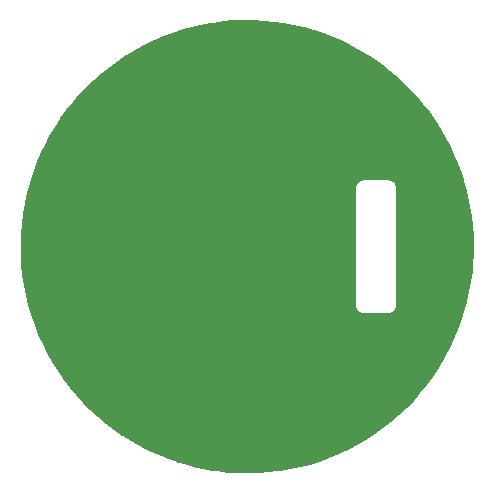
<source format=gbr>
%TF.GenerationSoftware,KiCad,Pcbnew,(6.0.4-0)*%
%TF.CreationDate,2022-05-05T14:51:34+02:00*%
%TF.ProjectId,GlowTubeLEDconnectorB_PCB,476c6f77-5475-4626-954c-4544636f6e6e,rev?*%
%TF.SameCoordinates,Original*%
%TF.FileFunction,Copper,L2,Bot*%
%TF.FilePolarity,Positive*%
%FSLAX46Y46*%
G04 Gerber Fmt 4.6, Leading zero omitted, Abs format (unit mm)*
G04 Created by KiCad (PCBNEW (6.0.4-0)) date 2022-05-05 14:51:34*
%MOMM*%
%LPD*%
G01*
G04 APERTURE LIST*
%TA.AperFunction,ViaPad*%
%ADD10C,0.800000*%
%TD*%
%TA.AperFunction,Conductor*%
%ADD11C,1.500000*%
%TD*%
G04 APERTURE END LIST*
D10*
%TO.N,GND*%
X113260000Y-60300000D03*
X114570000Y-60300000D03*
X109370000Y-66750000D03*
X109370000Y-68170000D03*
%TD*%
D11*
%TO.N,GND*%
X109370000Y-63320000D02*
X109370000Y-68170000D01*
X112390000Y-60300000D02*
X111570000Y-61120000D01*
X114570000Y-60300000D02*
X112390000Y-60300000D01*
X111570000Y-61120000D02*
X109370000Y-63320000D01*
%TD*%
%TA.AperFunction,Conductor*%
%TO.N,GND*%
G36*
X104647199Y-47995967D02*
G01*
X104652914Y-47996126D01*
X105516915Y-48039895D01*
X105522616Y-48040314D01*
X106383718Y-48123228D01*
X106389394Y-48123905D01*
X107245864Y-48245799D01*
X107251500Y-48246732D01*
X108101529Y-48407347D01*
X108107121Y-48408535D01*
X108949036Y-48607555D01*
X108954569Y-48608997D01*
X109786536Y-48845989D01*
X109791994Y-48847678D01*
X110612403Y-49122183D01*
X110617763Y-49124113D01*
X111215715Y-49354844D01*
X111424872Y-49435551D01*
X111430122Y-49437715D01*
X112222312Y-49785462D01*
X112227439Y-49787853D01*
X112761011Y-50051560D01*
X113002980Y-50171149D01*
X113008047Y-50173798D01*
X113765422Y-50591892D01*
X113770363Y-50594767D01*
X114507975Y-51046776D01*
X114512780Y-51049873D01*
X115229115Y-51534868D01*
X115233776Y-51538180D01*
X115927409Y-52055198D01*
X115931882Y-52058694D01*
X116198703Y-52277084D01*
X116601338Y-52606637D01*
X116605679Y-52610358D01*
X117249560Y-53188079D01*
X117253728Y-53191992D01*
X117870777Y-53798364D01*
X117874762Y-53802463D01*
X118463629Y-54436160D01*
X118467425Y-54440435D01*
X119026969Y-55100226D01*
X119030567Y-55104670D01*
X119559575Y-55789127D01*
X119562968Y-55793728D01*
X120060413Y-56501521D01*
X120063593Y-56506272D01*
X120528401Y-57235875D01*
X120531363Y-57240765D01*
X120962593Y-57990696D01*
X120965330Y-57995716D01*
X121269123Y-58584302D01*
X121362113Y-58764467D01*
X121364612Y-58769593D01*
X121726114Y-59555553D01*
X121728365Y-59560755D01*
X121933422Y-60065748D01*
X122053845Y-60362316D01*
X122055875Y-60367660D01*
X122344648Y-61183127D01*
X122346433Y-61188557D01*
X122577526Y-61949173D01*
X122597919Y-62016296D01*
X122599454Y-62021796D01*
X122743906Y-62588500D01*
X122813132Y-62860085D01*
X122814418Y-62865656D01*
X122989846Y-63712767D01*
X122990878Y-63718390D01*
X123127698Y-64572589D01*
X123128474Y-64578253D01*
X123224184Y-65418282D01*
X123226406Y-65437788D01*
X123226923Y-65443472D01*
X123285201Y-66298302D01*
X123285763Y-66306549D01*
X123286022Y-66312242D01*
X123301218Y-66981887D01*
X123305667Y-67177928D01*
X123305692Y-67182105D01*
X123301527Y-67579826D01*
X123301414Y-67583996D01*
X123280558Y-68061698D01*
X123263646Y-68449041D01*
X123263268Y-68454730D01*
X123219806Y-68941718D01*
X123186366Y-69316403D01*
X123185729Y-69322084D01*
X123069816Y-70179391D01*
X123068926Y-70185014D01*
X122914239Y-71036195D01*
X122913097Y-71041759D01*
X122719959Y-71885044D01*
X122718556Y-71890586D01*
X122487377Y-72724191D01*
X122485725Y-72729664D01*
X122413313Y-72951209D01*
X122216953Y-73551974D01*
X122215072Y-73557316D01*
X121909272Y-74366592D01*
X121907130Y-74371893D01*
X121564949Y-75166430D01*
X121562575Y-75171615D01*
X121444655Y-75414462D01*
X121184700Y-75949817D01*
X121182090Y-75954896D01*
X121054514Y-76189863D01*
X120769301Y-76715160D01*
X120766460Y-76720121D01*
X120319603Y-77460883D01*
X120316539Y-77465710D01*
X119836564Y-78185401D01*
X119833285Y-78190085D01*
X119321131Y-78887300D01*
X119317643Y-78891829D01*
X118774405Y-79565070D01*
X118770715Y-79569437D01*
X118541404Y-79828627D01*
X118236771Y-80172953D01*
X118197482Y-80217361D01*
X118193604Y-80221548D01*
X117598152Y-80836007D01*
X117591568Y-80842801D01*
X117587504Y-80846808D01*
X117086297Y-81319121D01*
X116957917Y-81440101D01*
X116953668Y-81443927D01*
X116297813Y-82008051D01*
X116293395Y-82011680D01*
X115612638Y-82545461D01*
X115608061Y-82548885D01*
X114903753Y-83051264D01*
X114899024Y-83054478D01*
X114172690Y-83524364D01*
X114167829Y-83527355D01*
X113420900Y-83963825D01*
X113415914Y-83966589D01*
X112649950Y-84368729D01*
X112644849Y-84371261D01*
X112399440Y-84486219D01*
X111861441Y-84738236D01*
X111856210Y-84740543D01*
X111056966Y-85071601D01*
X111051636Y-85073668D01*
X110238217Y-85368121D01*
X110232798Y-85369945D01*
X109406839Y-85627203D01*
X109401343Y-85628779D01*
X108564573Y-85848301D01*
X108559012Y-85849626D01*
X107713131Y-86030968D01*
X107707515Y-86032039D01*
X106854277Y-86174822D01*
X106848638Y-86175635D01*
X106548469Y-86211959D01*
X105989817Y-86279563D01*
X105984127Y-86280121D01*
X105121489Y-86344983D01*
X105115780Y-86345283D01*
X104633584Y-86359594D01*
X104251023Y-86370948D01*
X104245326Y-86370987D01*
X103583608Y-86360592D01*
X103380363Y-86357399D01*
X103374650Y-86357180D01*
X102511173Y-86304368D01*
X102505476Y-86303890D01*
X101645263Y-86211959D01*
X101639593Y-86211222D01*
X101240776Y-86150195D01*
X100784444Y-86080366D01*
X100778856Y-86079381D01*
X100354681Y-85994622D01*
X99930528Y-85909868D01*
X99924948Y-85908621D01*
X99509323Y-85805765D01*
X99085163Y-85700795D01*
X99079688Y-85699308D01*
X98405501Y-85499604D01*
X98250215Y-85453606D01*
X98244772Y-85451859D01*
X97990272Y-85363731D01*
X97427282Y-85168778D01*
X97421950Y-85166795D01*
X97020046Y-85006858D01*
X96618155Y-84846926D01*
X96612892Y-84844692D01*
X95824434Y-84488690D01*
X95819278Y-84486219D01*
X95310001Y-84227848D01*
X95047803Y-84094827D01*
X95042774Y-84092131D01*
X94818537Y-83965264D01*
X94289814Y-83666127D01*
X94284924Y-83663211D01*
X93552063Y-83203489D01*
X93547340Y-83200375D01*
X92836086Y-82707879D01*
X92831484Y-82704537D01*
X92143300Y-82180280D01*
X92138832Y-82176713D01*
X91475159Y-81621797D01*
X91470858Y-81618031D01*
X90833064Y-81033600D01*
X90828937Y-81029643D01*
X90218283Y-80416853D01*
X90214341Y-80412713D01*
X89632130Y-79772872D01*
X89628379Y-79768557D01*
X89075792Y-79102964D01*
X89072240Y-79098483D01*
X88826804Y-78773957D01*
X88550397Y-78408482D01*
X88547060Y-78403854D01*
X88396922Y-78185401D01*
X88057066Y-77690908D01*
X88053936Y-77686124D01*
X87596801Y-76951707D01*
X87593890Y-76946786D01*
X87170524Y-76192355D01*
X87167840Y-76187307D01*
X86779139Y-75414462D01*
X86776687Y-75409298D01*
X86423447Y-74619621D01*
X86421231Y-74614350D01*
X86104173Y-73809451D01*
X86102199Y-73804086D01*
X85821976Y-72985621D01*
X85820248Y-72980171D01*
X85577454Y-72149878D01*
X85575974Y-72144356D01*
X85572474Y-72130000D01*
X113320485Y-72130000D01*
X113324095Y-72155207D01*
X113325132Y-72162452D01*
X113325612Y-72166201D01*
X113338149Y-72277466D01*
X113387165Y-72417536D01*
X113466123Y-72543187D01*
X113518592Y-72595651D01*
X113566060Y-72643115D01*
X113566063Y-72643117D01*
X113571062Y-72648116D01*
X113696719Y-72727062D01*
X113836794Y-72776064D01*
X113843828Y-72776856D01*
X113926481Y-72786162D01*
X113933275Y-72787115D01*
X113966914Y-72792771D01*
X113966919Y-72792771D01*
X113971710Y-72793577D01*
X113976568Y-72793636D01*
X113976570Y-72793636D01*
X113978349Y-72793657D01*
X113984262Y-72793729D01*
X113989076Y-72793039D01*
X113989078Y-72793039D01*
X114011861Y-72789774D01*
X114029735Y-72788500D01*
X116010995Y-72788500D01*
X116031888Y-72790244D01*
X116051710Y-72793577D01*
X116056568Y-72793636D01*
X116056570Y-72793636D01*
X116058262Y-72793656D01*
X116064262Y-72793729D01*
X116096702Y-72789080D01*
X116100459Y-72788599D01*
X116204681Y-72776847D01*
X116204683Y-72776847D01*
X116211712Y-72776054D01*
X116351766Y-72727036D01*
X116477402Y-72648083D01*
X116582321Y-72543154D01*
X116586081Y-72537170D01*
X116586084Y-72537166D01*
X116657498Y-72423503D01*
X116661263Y-72417511D01*
X116710268Y-72277452D01*
X116720373Y-72187766D01*
X116721327Y-72180969D01*
X116726983Y-72147347D01*
X116727790Y-72142552D01*
X116727943Y-72130000D01*
X116723987Y-72102376D01*
X116722714Y-72084514D01*
X116722714Y-62283250D01*
X116724460Y-62262345D01*
X116726984Y-62247344D01*
X116726984Y-62247341D01*
X116727790Y-62242552D01*
X116727943Y-62230000D01*
X116727253Y-62225179D01*
X116723167Y-62196643D01*
X116722687Y-62192891D01*
X116711047Y-62089580D01*
X116711047Y-62089579D01*
X116710255Y-62082551D01*
X116661250Y-61942495D01*
X116657486Y-61936504D01*
X116586073Y-61822843D01*
X116586070Y-61822839D01*
X116582310Y-61816855D01*
X116577277Y-61811821D01*
X116482397Y-61716931D01*
X116482394Y-61716929D01*
X116477394Y-61711928D01*
X116471405Y-61708164D01*
X116471402Y-61708162D01*
X116357754Y-61636744D01*
X116351760Y-61632977D01*
X116276965Y-61606799D01*
X116218387Y-61586296D01*
X116218384Y-61586295D01*
X116211709Y-61583959D01*
X116204684Y-61583167D01*
X116204680Y-61583166D01*
X116161067Y-61578249D01*
X116122012Y-61573845D01*
X116115224Y-61572891D01*
X116081615Y-61567233D01*
X116081612Y-61567233D01*
X116076814Y-61566425D01*
X116071960Y-61566365D01*
X116071955Y-61566365D01*
X116070516Y-61566348D01*
X116064262Y-61566271D01*
X116057541Y-61567233D01*
X116036607Y-61570229D01*
X116018756Y-61571500D01*
X114037494Y-61571500D01*
X114016577Y-61569752D01*
X113996814Y-61566425D01*
X113991960Y-61566365D01*
X113991955Y-61566365D01*
X113990492Y-61566347D01*
X113984262Y-61566271D01*
X113950858Y-61571051D01*
X113947175Y-61571522D01*
X113836798Y-61583949D01*
X113696725Y-61632951D01*
X113571070Y-61711895D01*
X113466134Y-61816822D01*
X113462372Y-61822809D01*
X113462371Y-61822810D01*
X113443940Y-61852141D01*
X113387178Y-61942470D01*
X113338163Y-62082537D01*
X113331038Y-62145775D01*
X113327086Y-62180844D01*
X113326378Y-62186122D01*
X113325031Y-62194776D01*
X113320523Y-62223724D01*
X113321687Y-62232626D01*
X113321687Y-62232628D01*
X113324650Y-62255283D01*
X113325714Y-62271621D01*
X113325714Y-72076750D01*
X113323968Y-72097655D01*
X113320638Y-72117448D01*
X113320485Y-72130000D01*
X85572474Y-72130000D01*
X85371087Y-71303877D01*
X85369859Y-71298293D01*
X85203308Y-70449379D01*
X85202335Y-70443745D01*
X85151034Y-70100479D01*
X85074468Y-69588165D01*
X85073752Y-69582499D01*
X84984825Y-68721971D01*
X84984367Y-68716272D01*
X84934570Y-67852639D01*
X84934370Y-67846925D01*
X84923801Y-66981887D01*
X84923861Y-66976170D01*
X84952543Y-66111562D01*
X84952862Y-66105854D01*
X85020737Y-65243423D01*
X85021315Y-65237735D01*
X85128240Y-64379290D01*
X85129075Y-64373634D01*
X85274835Y-63520904D01*
X85275926Y-63515292D01*
X85460218Y-62670051D01*
X85461563Y-62664494D01*
X85684003Y-61828505D01*
X85685598Y-61823015D01*
X85945733Y-60997973D01*
X85947575Y-60992561D01*
X86244873Y-60180153D01*
X86246959Y-60174830D01*
X86506018Y-59555530D01*
X86580809Y-59376737D01*
X86583133Y-59371518D01*
X86952832Y-58589414D01*
X86955392Y-58584302D01*
X87360189Y-57819774D01*
X87362978Y-57814783D01*
X87802040Y-57069403D01*
X87805052Y-57064544D01*
X88277498Y-56339813D01*
X88280729Y-56335096D01*
X88292064Y-56319323D01*
X88785531Y-55632591D01*
X88788965Y-55628033D01*
X89325136Y-54949124D01*
X89328780Y-54944719D01*
X89895191Y-54290835D01*
X89899032Y-54286599D01*
X90358460Y-53802463D01*
X90494537Y-53659068D01*
X90498511Y-53655065D01*
X91121905Y-53055160D01*
X91126102Y-53051302D01*
X91776001Y-52480352D01*
X91780380Y-52476677D01*
X92455524Y-51935784D01*
X92460066Y-51932311D01*
X93159056Y-51422599D01*
X93163751Y-51419336D01*
X93885145Y-50941855D01*
X93889973Y-50938816D01*
X94632283Y-50494552D01*
X94637236Y-50491738D01*
X95398933Y-50081606D01*
X95404023Y-50079012D01*
X96183554Y-49703850D01*
X96188760Y-49701489D01*
X96273385Y-49665393D01*
X96984485Y-49362083D01*
X96989758Y-49359973D01*
X97800114Y-49056994D01*
X97805473Y-49055128D01*
X98628736Y-48789221D01*
X98634167Y-48787602D01*
X99468622Y-48559322D01*
X99474150Y-48557944D01*
X100137127Y-48408535D01*
X100318087Y-48367754D01*
X100323692Y-48366624D01*
X101175364Y-48214918D01*
X101181014Y-48214043D01*
X102038696Y-48101127D01*
X102044379Y-48100510D01*
X102906343Y-48026613D01*
X102912033Y-48026255D01*
X103672156Y-47995725D01*
X103776414Y-47991538D01*
X103782131Y-47991438D01*
X104647199Y-47995967D01*
G37*
%TD.AperFunction*%
%TD*%
M02*

</source>
